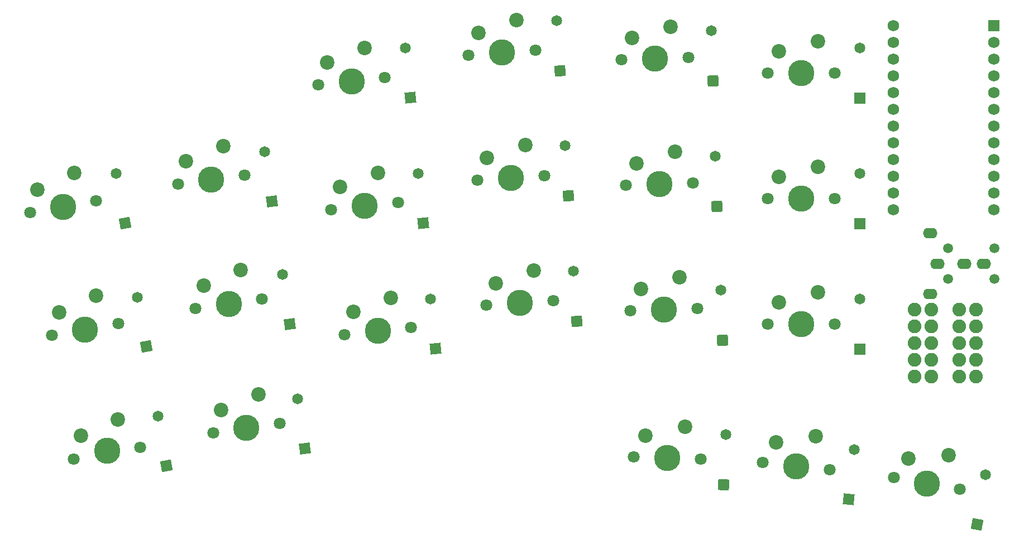
<source format=gbs>
%TF.GenerationSoftware,KiCad,Pcbnew,(6.0.0-0)*%
%TF.CreationDate,2022-01-05T19:55:07+07:00*%
%TF.ProjectId,kibod-01,6b69626f-642d-4303-912e-6b696361645f,rev?*%
%TF.SameCoordinates,Original*%
%TF.FileFunction,Soldermask,Bot*%
%TF.FilePolarity,Negative*%
%FSLAX46Y46*%
G04 Gerber Fmt 4.6, Leading zero omitted, Abs format (unit mm)*
G04 Created by KiCad (PCBNEW (6.0.0-0)) date 2022-01-05 19:55:07*
%MOMM*%
%LPD*%
G01*
G04 APERTURE LIST*
G04 Aperture macros list*
%AMRotRect*
0 Rectangle, with rotation*
0 The origin of the aperture is its center*
0 $1 length*
0 $2 width*
0 $3 Rotation angle, in degrees counterclockwise*
0 Add horizontal line*
21,1,$1,$2,0,0,$3*%
G04 Aperture macros list end*
%ADD10RotRect,1.651000X1.651000X10.000000*%
%ADD11C,1.651000*%
%ADD12RotRect,1.651000X1.651000X8.000000*%
%ADD13RotRect,1.651000X1.651000X6.000000*%
%ADD14RotRect,1.651000X1.651000X4.000000*%
%ADD15RotRect,1.651000X1.651000X2.000000*%
%ADD16R,1.651000X1.651000*%
%ADD17RotRect,1.651000X1.651000X358.000000*%
%ADD18RotRect,1.651000X1.651000X354.000000*%
%ADD19RotRect,1.651000X1.651000X350.000000*%
%ADD20C,2.200000*%
%ADD21C,1.800000*%
%ADD22C,3.987800*%
%ADD23C,2.082800*%
%ADD24O,2.200000X1.600000*%
%ADD25C,1.500000*%
%ADD26R,1.752600X1.752600*%
%ADD27C,1.752600*%
G04 APERTURE END LIST*
D10*
%TO.C,D-0-0*%
X34291111Y-52388457D03*
D11*
X32967911Y-44884221D03*
%TD*%
D12*
%TO.C,D-0-1*%
X56559761Y-49061067D03*
D11*
X55499261Y-41515225D03*
%TD*%
D13*
%TO.C,D-0-2*%
X77557764Y-33375467D03*
D11*
X76761258Y-25797211D03*
%TD*%
D14*
%TO.C,D-0-3*%
X100285283Y-29251659D03*
D11*
X99753739Y-21650221D03*
%TD*%
D15*
%TO.C,D-0-4*%
X123462478Y-30800167D03*
D11*
X123196544Y-23184809D03*
%TD*%
D16*
%TO.C,D-0-5*%
X145739511Y-33396339D03*
D11*
X145739511Y-25776339D03*
%TD*%
D10*
%TO.C,D-1-0*%
X37491111Y-71136787D03*
D11*
X36167911Y-63632551D03*
%TD*%
D12*
%TO.C,D-1-1*%
X59259761Y-67748925D03*
D11*
X58199261Y-60203083D03*
%TD*%
D13*
%TO.C,D-1-2*%
X79527764Y-52425467D03*
D11*
X78731258Y-44847211D03*
%TD*%
D14*
%TO.C,D-1-3*%
X101555283Y-48255254D03*
D11*
X101023739Y-40653816D03*
%TD*%
D15*
%TO.C,D-1-4*%
X124062478Y-49838563D03*
D11*
X123796544Y-42223205D03*
%TD*%
D16*
%TO.C,D-1-5*%
X145739511Y-52446339D03*
D11*
X145739511Y-44826339D03*
%TD*%
D10*
%TO.C,D-2-0*%
X40591111Y-89218457D03*
D11*
X39267911Y-81714221D03*
%TD*%
D12*
%TO.C,D-2-1*%
X61559761Y-86613532D03*
D11*
X60499261Y-79067690D03*
%TD*%
D13*
%TO.C,D-2-2*%
X81367764Y-71475467D03*
D11*
X80571258Y-63897211D03*
%TD*%
D14*
%TO.C,D-2-3*%
X102825283Y-67258849D03*
D11*
X102293739Y-59657411D03*
%TD*%
D15*
%TO.C,D-2-4*%
X124862478Y-70146184D03*
D11*
X124596544Y-62530826D03*
%TD*%
D16*
%TO.C,D-2-5*%
X145739511Y-71496339D03*
D11*
X145739511Y-63876339D03*
%TD*%
D17*
%TO.C,D-3-3*%
X125096544Y-92079952D03*
D11*
X125362478Y-84464594D03*
%TD*%
D18*
%TO.C,D-3-4*%
X144031258Y-94335467D03*
D11*
X144827764Y-86757211D03*
%TD*%
D19*
%TO.C,D-3-5*%
X163467911Y-98108457D03*
D11*
X164791111Y-90604221D03*
%TD*%
D20*
%TO.C,K-0-0*%
X26580745Y-44751516D03*
X21009704Y-47277290D03*
D21*
X19927981Y-50788472D03*
D22*
X24930804Y-49906339D03*
D21*
X29933627Y-49024206D03*
%TD*%
D20*
%TO.C,K-0-1*%
X49203280Y-40683410D03*
X43547485Y-43013218D03*
D21*
X52405006Y-45070511D03*
X42343882Y-46484509D03*
D22*
X47374444Y-45777510D03*
%TD*%
D20*
%TO.C,K-0-2*%
X70640535Y-25837542D03*
X64906876Y-27968547D03*
D21*
X63582860Y-31395719D03*
D22*
X68635031Y-30864714D03*
D21*
X73687202Y-30333709D03*
%TD*%
D20*
%TO.C,K-0-3*%
X93654237Y-21563673D03*
X87849700Y-23493277D03*
D21*
X86406884Y-26872154D03*
D22*
X91474509Y-26517791D03*
D21*
X96542134Y-26163428D03*
%TD*%
D20*
%TO.C,K-0-4*%
X117024337Y-22558607D03*
X111155994Y-24284461D03*
D21*
X119749946Y-27256347D03*
D22*
X114673041Y-27433636D03*
D21*
X109596136Y-27610925D03*
%TD*%
D20*
%TO.C,K-0-5*%
X139369511Y-24796339D03*
X133444511Y-26316339D03*
D22*
X136849511Y-29586339D03*
D21*
X131769511Y-29586339D03*
X141929511Y-29586339D03*
%TD*%
D20*
%TO.C,K-1-0*%
X29888742Y-63400747D03*
X24317701Y-65926521D03*
D21*
X33241624Y-67673437D03*
X23235978Y-69437703D03*
D22*
X28238801Y-68555570D03*
%TD*%
D20*
%TO.C,K-1-1*%
X51854525Y-59548016D03*
X46198730Y-61877824D03*
D22*
X50025689Y-64642116D03*
D21*
X44995127Y-65349115D03*
X55056251Y-63935117D03*
%TD*%
D20*
%TO.C,K-1-2*%
X72631800Y-44783185D03*
X66898141Y-46914190D03*
D21*
X65574125Y-50341362D03*
D22*
X70626296Y-49810357D03*
D21*
X75678467Y-49279352D03*
%TD*%
D20*
%TO.C,K-1-3*%
X94983097Y-40567267D03*
X89178560Y-42496871D03*
D21*
X87735744Y-45875748D03*
X97870994Y-45167022D03*
D22*
X92803369Y-45521385D03*
%TD*%
D20*
%TO.C,K-1-4*%
X117689172Y-41597002D03*
X111820829Y-43322856D03*
D22*
X115337876Y-46472031D03*
D21*
X110260971Y-46649320D03*
X120414781Y-46294742D03*
%TD*%
D20*
%TO.C,K-1-5*%
X139369511Y-43846339D03*
X133444511Y-45366339D03*
D21*
X141929511Y-48636339D03*
D22*
X136849511Y-48636339D03*
D21*
X131769511Y-48636339D03*
%TD*%
D20*
%TO.C,K-2-0*%
X33196740Y-82161335D03*
X27625699Y-84687109D03*
D21*
X26543976Y-88198291D03*
X36549622Y-86434025D03*
D22*
X31546799Y-86943326D03*
%TD*%
D20*
%TO.C,K-2-1*%
X54505775Y-78412623D03*
X48849980Y-80742431D03*
D21*
X47646377Y-84213722D03*
D22*
X52676939Y-83506723D03*
D21*
X57707501Y-82799724D03*
%TD*%
D20*
%TO.C,K-2-2*%
X74623068Y-63728825D03*
X68889409Y-65859830D03*
D21*
X67565393Y-69287002D03*
X77669735Y-68224992D03*
D22*
X72617564Y-68755997D03*
%TD*%
D20*
%TO.C,K-2-3*%
X96311958Y-59570863D03*
X90507421Y-61500467D03*
D21*
X99199855Y-64170618D03*
X89064605Y-64879344D03*
D22*
X94132230Y-64524981D03*
%TD*%
D20*
%TO.C,K-2-4*%
X118354007Y-60635397D03*
X112485664Y-62361251D03*
D22*
X116002711Y-65510426D03*
D21*
X121079616Y-65333137D03*
X110925806Y-65687715D03*
%TD*%
D20*
%TO.C,K-2-5*%
X139369511Y-62896339D03*
X133444511Y-64416339D03*
D21*
X131769511Y-67686339D03*
D22*
X136849511Y-67686339D03*
D21*
X141929511Y-67686339D03*
%TD*%
D20*
%TO.C,K-3-3*%
X119215917Y-83307204D03*
X113241480Y-84619498D03*
D21*
X121607189Y-88183628D03*
X111453379Y-87829050D03*
D22*
X116530284Y-88006339D03*
%TD*%
D20*
%TO.C,K-3-4*%
X139063681Y-84775991D03*
X133012255Y-85668333D03*
D22*
X136056794Y-89276339D03*
D21*
X131004623Y-88745334D03*
X141108965Y-89807344D03*
%TD*%
D20*
%TO.C,K-3-5*%
X159213001Y-87624106D03*
X153114070Y-88092149D03*
D21*
X150896688Y-91021609D03*
D22*
X155899511Y-91903742D03*
D21*
X160902334Y-92785875D03*
%TD*%
D23*
%TO.C,J1*%
X154019911Y-65488570D03*
X156559911Y-65488570D03*
X154019911Y-68028570D03*
X156559911Y-68028570D03*
X154019911Y-70568570D03*
X156559911Y-70568570D03*
X154019911Y-73108570D03*
X156559911Y-73108570D03*
X154019911Y-75648570D03*
X156559911Y-75648570D03*
%TD*%
D24*
%TO.C,U2*%
X164525111Y-58542339D03*
X161525111Y-58542339D03*
X157525111Y-58542339D03*
X156425111Y-63142339D03*
X156425111Y-53942339D03*
D25*
X166125111Y-60842339D03*
X166125111Y-56242339D03*
X159125111Y-56242339D03*
X159125111Y-60842339D03*
%TD*%
D26*
%TO.C,U1*%
X166059511Y-22386339D03*
D27*
X166059511Y-24926339D03*
X166059511Y-27466339D03*
X166059511Y-30006339D03*
X166059511Y-32546339D03*
X166059511Y-35086339D03*
X166059511Y-37626339D03*
X166059511Y-40166339D03*
X166059511Y-42706339D03*
X166059511Y-45246339D03*
X166059511Y-47786339D03*
X166059511Y-50326339D03*
X150819511Y-50326339D03*
X150819511Y-47786339D03*
X150819511Y-45246339D03*
X150819511Y-42706339D03*
X150819511Y-40166339D03*
X150819511Y-37626339D03*
X150819511Y-35086339D03*
X150819511Y-32546339D03*
X150819511Y-30006339D03*
X150819511Y-27466339D03*
X150819511Y-24926339D03*
X150819511Y-22386339D03*
%TD*%
D23*
%TO.C,J2*%
X163316311Y-65488570D03*
X160776311Y-65488570D03*
X163316311Y-68028570D03*
X160776311Y-68028570D03*
X163316311Y-70568570D03*
X160776311Y-70568570D03*
X163316311Y-73108570D03*
X160776311Y-73108570D03*
X163316311Y-75648570D03*
X160776311Y-75648570D03*
%TD*%
M02*

</source>
